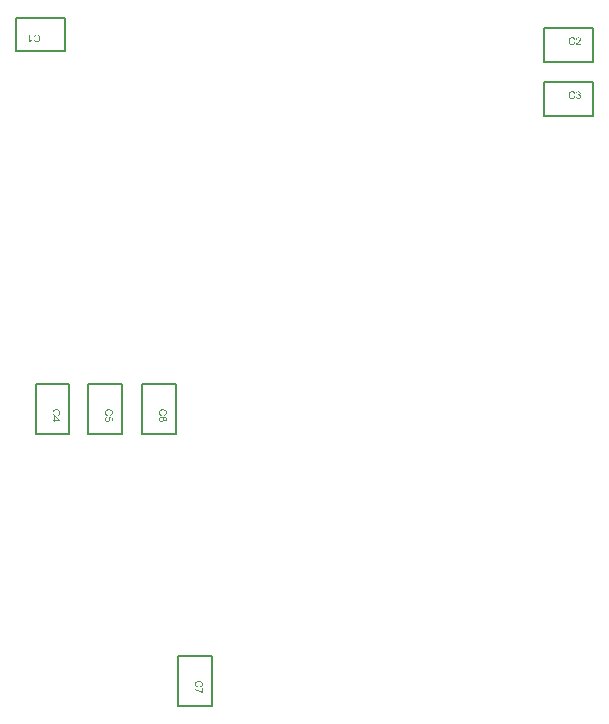
<source format=gbr>
%TF.GenerationSoftware,Altium Limited,Altium Designer,23.5.1 (21)*%
G04 Layer_Color=16711935*
%FSLAX45Y45*%
%MOMM*%
%TF.SameCoordinates,7ECB1A03-3DEC-426C-BD6E-5A7E68E82EE6*%
%TF.FilePolarity,Positive*%
%TF.FileFunction,Other,Top_Assembly*%
%TF.Part,Single*%
G01*
G75*
%TA.AperFunction,NonConductor*%
%ADD32C,0.20000*%
G36*
X2118024Y2021208D02*
X2118949D01*
X2119874Y2021116D01*
X2121076Y2021023D01*
X2122277Y2020838D01*
X2124959Y2020376D01*
X2127917Y2019729D01*
X2130876Y2018804D01*
X2133742Y2017510D01*
X2133834Y2017418D01*
X2134112Y2017325D01*
X2134482Y2017140D01*
X2134944Y2016770D01*
X2135591Y2016401D01*
X2136331Y2015938D01*
X2137995Y2014736D01*
X2139844Y2013165D01*
X2141693Y2011316D01*
X2143542Y2009189D01*
X2145114Y2006693D01*
X2145207Y2006600D01*
X2145299Y2006323D01*
X2145484Y2005953D01*
X2145761Y2005491D01*
X2146039Y2004751D01*
X2146316Y2004011D01*
X2146686Y2003087D01*
X2147056Y2002070D01*
X2147425Y2000960D01*
X2147795Y1999759D01*
X2148350Y1997170D01*
X2148812Y1994211D01*
X2148997Y1991160D01*
Y1990236D01*
X2148905Y1989588D01*
X2148812Y1988756D01*
X2148720Y1987739D01*
X2148627Y1986722D01*
X2148350Y1985520D01*
X2147795Y1983024D01*
X2146963Y1980250D01*
X2146408Y1978863D01*
X2145761Y1977569D01*
X2144929Y1976275D01*
X2144097Y1974980D01*
X2144005Y1974888D01*
X2143912Y1974703D01*
X2143635Y1974333D01*
X2143172Y1973871D01*
X2142710Y1973409D01*
X2142063Y1972761D01*
X2141323Y1972114D01*
X2140584Y1971375D01*
X2139659Y1970635D01*
X2138550Y1969895D01*
X2137440Y1969063D01*
X2136238Y1968323D01*
X2134851Y1967676D01*
X2133465Y1966937D01*
X2131985Y1966382D01*
X2130321Y1965827D01*
X2128380Y1974148D01*
X2128472D01*
X2128657Y1974241D01*
X2129027Y1974426D01*
X2129489Y1974610D01*
X2130044Y1974795D01*
X2130783Y1975073D01*
X2132263Y1975812D01*
X2133927Y1976737D01*
X2135591Y1977846D01*
X2137163Y1979233D01*
X2138550Y1980713D01*
X2138735Y1980897D01*
X2139104Y1981452D01*
X2139567Y1982377D01*
X2140214Y1983579D01*
X2140769Y1985150D01*
X2141323Y1986907D01*
X2141693Y1989034D01*
X2141786Y1991345D01*
Y1992085D01*
X2141693Y1992547D01*
Y1993194D01*
X2141601Y1993934D01*
X2141323Y1995690D01*
X2140954Y1997632D01*
X2140306Y1999666D01*
X2139382Y2001793D01*
X2138180Y2003734D01*
Y2003827D01*
X2137995Y2003919D01*
X2137533Y2004566D01*
X2136793Y2005398D01*
X2135684Y2006415D01*
X2134297Y2007617D01*
X2132725Y2008727D01*
X2130783Y2009744D01*
X2128657Y2010668D01*
X2128564D01*
X2128380Y2010761D01*
X2128102Y2010853D01*
X2127640Y2010946D01*
X2127085Y2011131D01*
X2126438Y2011316D01*
X2124866Y2011593D01*
X2123017Y2011963D01*
X2120983Y2012333D01*
X2118764Y2012517D01*
X2116360Y2012610D01*
X2116268D01*
X2115990D01*
X2115528D01*
X2114973D01*
X2114326Y2012517D01*
X2113494D01*
X2112570Y2012425D01*
X2111553Y2012333D01*
X2109334Y2012055D01*
X2106930Y2011593D01*
X2104526Y2011038D01*
X2102122Y2010298D01*
X2102030D01*
X2101845Y2010206D01*
X2101567Y2010021D01*
X2101105Y2009836D01*
X2099996Y2009281D01*
X2098701Y2008449D01*
X2097222Y2007432D01*
X2095650Y2006138D01*
X2094263Y2004659D01*
X2092969Y2002902D01*
Y2002810D01*
X2092876Y2002625D01*
X2092692Y2002347D01*
X2092507Y2001977D01*
X2092322Y2001515D01*
X2092044Y2000960D01*
X2091490Y1999666D01*
X2090935Y1998002D01*
X2090473Y1996153D01*
X2090103Y1994119D01*
X2090010Y1991992D01*
Y1991345D01*
X2090103Y1990790D01*
Y1990143D01*
X2090195Y1989496D01*
X2090565Y1987832D01*
X2091027Y1985890D01*
X2091767Y1983949D01*
X2092784Y1981915D01*
X2093339Y1980897D01*
X2094078Y1979973D01*
X2094171Y1979880D01*
X2094263Y1979788D01*
X2094541Y1979511D01*
X2094818Y1979141D01*
X2095280Y1978771D01*
X2095835Y1978309D01*
X2096390Y1977754D01*
X2097129Y1977292D01*
X2097962Y1976737D01*
X2098886Y1976090D01*
X2099811Y1975535D01*
X2100920Y1974980D01*
X2102122Y1974518D01*
X2103416Y1974056D01*
X2104803Y1973593D01*
X2106283Y1973224D01*
X2104156Y1964718D01*
X2104064D01*
X2103694Y1964810D01*
X2103139Y1964995D01*
X2102399Y1965272D01*
X2101567Y1965550D01*
X2100550Y1965920D01*
X2099441Y1966382D01*
X2098239Y1966937D01*
X2095650Y1968231D01*
X2093061Y1969895D01*
X2091767Y1970912D01*
X2090473Y1971929D01*
X2089363Y1973039D01*
X2088254Y1974333D01*
X2088161Y1974426D01*
X2087976Y1974610D01*
X2087791Y1975073D01*
X2087422Y1975535D01*
X2086959Y1976275D01*
X2086497Y1977014D01*
X2086035Y1978031D01*
X2085572Y1979048D01*
X2085018Y1980250D01*
X2084555Y1981545D01*
X2084093Y1982932D01*
X2083631Y1984411D01*
X2083261Y1985983D01*
X2083076Y1987647D01*
X2082891Y1989403D01*
X2082799Y1991253D01*
Y1992270D01*
X2082891Y1993009D01*
Y1993841D01*
X2082984Y1994858D01*
X2083169Y1995968D01*
X2083353Y1997262D01*
X2083816Y1999943D01*
X2084555Y2002717D01*
X2085572Y2005491D01*
X2086220Y2006785D01*
X2086959Y2008080D01*
X2087052Y2008172D01*
X2087144Y2008357D01*
X2087422Y2008727D01*
X2087791Y2009097D01*
X2088161Y2009651D01*
X2088716Y2010298D01*
X2089363Y2011038D01*
X2090103Y2011778D01*
X2090935Y2012517D01*
X2091767Y2013350D01*
X2093893Y2015014D01*
X2096390Y2016586D01*
X2099163Y2017972D01*
X2099256D01*
X2099533Y2018157D01*
X2099996Y2018250D01*
X2100550Y2018527D01*
X2101290Y2018712D01*
X2102214Y2018989D01*
X2103232Y2019359D01*
X2104341Y2019637D01*
X2105543Y2019914D01*
X2106930Y2020284D01*
X2109796Y2020746D01*
X2113032Y2021116D01*
X2116360Y2021301D01*
X2116453D01*
X2116823D01*
X2117377D01*
X2118024Y2021208D01*
D02*
G37*
G36*
X2147056Y1915531D02*
X2140861D01*
X2140769Y1915624D01*
X2140584Y1915808D01*
X2140214Y1916178D01*
X2139659Y1916548D01*
X2139012Y1917103D01*
X2138272Y1917842D01*
X2137348Y1918582D01*
X2136238Y1919414D01*
X2135129Y1920246D01*
X2133834Y1921263D01*
X2132355Y1922280D01*
X2130876Y1923297D01*
X2129212Y1924407D01*
X2127455Y1925516D01*
X2125513Y1926626D01*
X2123572Y1927735D01*
X2123479Y1927828D01*
X2123110Y1928013D01*
X2122555Y1928290D01*
X2121723Y1928752D01*
X2120706Y1929215D01*
X2119596Y1929769D01*
X2118302Y1930417D01*
X2116823Y1931064D01*
X2115158Y1931803D01*
X2113494Y1932635D01*
X2111645Y1933375D01*
X2109703Y1934115D01*
X2105728Y1935594D01*
X2101475Y1936981D01*
X2101382D01*
X2101105Y1937073D01*
X2100643Y1937166D01*
X2100088Y1937351D01*
X2099348Y1937536D01*
X2098424Y1937721D01*
X2097407Y1937998D01*
X2096297Y1938183D01*
X2095003Y1938460D01*
X2093616Y1938738D01*
X2090657Y1939200D01*
X2087422Y1939662D01*
X2083908Y1939939D01*
Y1947983D01*
X2084001D01*
X2084278D01*
X2084648D01*
X2085203Y1947891D01*
X2085942D01*
X2086867Y1947798D01*
X2087884Y1947706D01*
X2088993Y1947613D01*
X2090288Y1947428D01*
X2091582Y1947244D01*
X2093154Y1946966D01*
X2094726Y1946689D01*
X2096390Y1946411D01*
X2098239Y1946042D01*
X2102030Y1945117D01*
X2102122D01*
X2102492Y1945025D01*
X2103047Y1944840D01*
X2103879Y1944562D01*
X2104803Y1944285D01*
X2105913Y1943915D01*
X2107207Y1943545D01*
X2108594Y1942991D01*
X2110166Y1942436D01*
X2111737Y1941881D01*
X2115251Y1940494D01*
X2118949Y1938830D01*
X2122647Y1936981D01*
X2122740Y1936888D01*
X2123110Y1936704D01*
X2123572Y1936426D01*
X2124311Y1936056D01*
X2125144Y1935594D01*
X2126161Y1934947D01*
X2127270Y1934300D01*
X2128472Y1933560D01*
X2131153Y1931803D01*
X2133927Y1929954D01*
X2136793Y1927828D01*
X2139474Y1925609D01*
Y1956951D01*
X2147056D01*
Y1915531D01*
D02*
G37*
G36*
X5276811Y7470205D02*
X5277643Y7470112D01*
X5278660Y7470020D01*
X5279677Y7469927D01*
X5280879Y7469650D01*
X5283376Y7469095D01*
X5286149Y7468263D01*
X5287536Y7467708D01*
X5288830Y7467061D01*
X5290125Y7466229D01*
X5291419Y7465397D01*
X5291512Y7465305D01*
X5291697Y7465212D01*
X5292066Y7464935D01*
X5292529Y7464472D01*
X5292991Y7464010D01*
X5293638Y7463363D01*
X5294285Y7462623D01*
X5295025Y7461884D01*
X5295765Y7460959D01*
X5296504Y7459850D01*
X5297336Y7458740D01*
X5298076Y7457538D01*
X5298723Y7456151D01*
X5299463Y7454765D01*
X5300018Y7453285D01*
X5300572Y7451621D01*
X5292251Y7449680D01*
Y7449772D01*
X5292159Y7449957D01*
X5291974Y7450327D01*
X5291789Y7450789D01*
X5291604Y7451344D01*
X5291327Y7452083D01*
X5290587Y7453563D01*
X5289663Y7455227D01*
X5288553Y7456891D01*
X5287166Y7458463D01*
X5285687Y7459850D01*
X5285502Y7460035D01*
X5284947Y7460404D01*
X5284023Y7460867D01*
X5282821Y7461514D01*
X5281249Y7462069D01*
X5279492Y7462623D01*
X5277366Y7462993D01*
X5275054Y7463086D01*
X5274315D01*
X5273853Y7462993D01*
X5273205D01*
X5272466Y7462901D01*
X5270709Y7462623D01*
X5268767Y7462254D01*
X5266733Y7461606D01*
X5264607Y7460682D01*
X5262665Y7459480D01*
X5262573D01*
X5262480Y7459295D01*
X5261833Y7458833D01*
X5261001Y7458093D01*
X5259984Y7456984D01*
X5258782Y7455597D01*
X5257673Y7454025D01*
X5256656Y7452083D01*
X5255731Y7449957D01*
Y7449864D01*
X5255639Y7449680D01*
X5255546Y7449402D01*
X5255454Y7448940D01*
X5255269Y7448385D01*
X5255084Y7447738D01*
X5254807Y7446166D01*
X5254437Y7444317D01*
X5254067Y7442283D01*
X5253882Y7440064D01*
X5253790Y7437660D01*
Y7437568D01*
Y7437290D01*
Y7436828D01*
Y7436273D01*
X5253882Y7435626D01*
Y7434794D01*
X5253975Y7433870D01*
X5254067Y7432853D01*
X5254344Y7430634D01*
X5254807Y7428230D01*
X5255361Y7425826D01*
X5256101Y7423422D01*
Y7423330D01*
X5256193Y7423145D01*
X5256378Y7422867D01*
X5256563Y7422405D01*
X5257118Y7421296D01*
X5257950Y7420001D01*
X5258967Y7418522D01*
X5260262Y7416950D01*
X5261741Y7415563D01*
X5263497Y7414269D01*
X5263590D01*
X5263775Y7414176D01*
X5264052Y7413992D01*
X5264422Y7413807D01*
X5264884Y7413622D01*
X5265439Y7413344D01*
X5266733Y7412790D01*
X5268398Y7412235D01*
X5270247Y7411773D01*
X5272281Y7411403D01*
X5274407Y7411310D01*
X5275054D01*
X5275609Y7411403D01*
X5276256D01*
X5276904Y7411495D01*
X5278568Y7411865D01*
X5280509Y7412327D01*
X5282451Y7413067D01*
X5284485Y7414084D01*
X5285502Y7414639D01*
X5286427Y7415378D01*
X5286519Y7415471D01*
X5286611Y7415563D01*
X5286889Y7415841D01*
X5287259Y7416118D01*
X5287628Y7416580D01*
X5288091Y7417135D01*
X5288646Y7417690D01*
X5289108Y7418429D01*
X5289663Y7419262D01*
X5290310Y7420186D01*
X5290864Y7421111D01*
X5291419Y7422220D01*
X5291881Y7423422D01*
X5292344Y7424716D01*
X5292806Y7426103D01*
X5293176Y7427583D01*
X5301682Y7425456D01*
Y7425364D01*
X5301589Y7424994D01*
X5301404Y7424439D01*
X5301127Y7423699D01*
X5300850Y7422867D01*
X5300480Y7421850D01*
X5300018Y7420741D01*
X5299463Y7419539D01*
X5298168Y7416950D01*
X5296504Y7414361D01*
X5295487Y7413067D01*
X5294470Y7411773D01*
X5293361Y7410663D01*
X5292066Y7409554D01*
X5291974Y7409461D01*
X5291789Y7409276D01*
X5291327Y7409091D01*
X5290864Y7408722D01*
X5290125Y7408259D01*
X5289385Y7407797D01*
X5288368Y7407335D01*
X5287351Y7406872D01*
X5286149Y7406318D01*
X5284855Y7405855D01*
X5283468Y7405393D01*
X5281989Y7404931D01*
X5280417Y7404561D01*
X5278753Y7404376D01*
X5276996Y7404191D01*
X5275147Y7404099D01*
X5274130D01*
X5273390Y7404191D01*
X5272558D01*
X5271541Y7404284D01*
X5270432Y7404469D01*
X5269137Y7404653D01*
X5266456Y7405116D01*
X5263682Y7405855D01*
X5260909Y7406872D01*
X5259614Y7407520D01*
X5258320Y7408259D01*
X5258227Y7408352D01*
X5258043Y7408444D01*
X5257673Y7408722D01*
X5257303Y7409091D01*
X5256748Y7409461D01*
X5256101Y7410016D01*
X5255361Y7410663D01*
X5254622Y7411403D01*
X5253882Y7412235D01*
X5253050Y7413067D01*
X5251386Y7415193D01*
X5249814Y7417690D01*
X5248427Y7420463D01*
Y7420556D01*
X5248242Y7420833D01*
X5248150Y7421296D01*
X5247872Y7421850D01*
X5247687Y7422590D01*
X5247410Y7423514D01*
X5247040Y7424532D01*
X5246763Y7425641D01*
X5246486Y7426843D01*
X5246116Y7428230D01*
X5245653Y7431096D01*
X5245284Y7434332D01*
X5245099Y7437660D01*
Y7437753D01*
Y7438123D01*
Y7438677D01*
X5245191Y7439324D01*
Y7440249D01*
X5245284Y7441174D01*
X5245376Y7442376D01*
X5245561Y7443577D01*
X5246023Y7446259D01*
X5246670Y7449217D01*
X5247595Y7452176D01*
X5248889Y7455042D01*
X5248982Y7455134D01*
X5249074Y7455412D01*
X5249259Y7455782D01*
X5249629Y7456244D01*
X5249999Y7456891D01*
X5250461Y7457631D01*
X5251663Y7459295D01*
X5253235Y7461144D01*
X5255084Y7462993D01*
X5257210Y7464842D01*
X5259707Y7466414D01*
X5259799Y7466507D01*
X5260077Y7466599D01*
X5260446Y7466784D01*
X5260909Y7467061D01*
X5261648Y7467339D01*
X5262388Y7467616D01*
X5263313Y7467986D01*
X5264330Y7468356D01*
X5265439Y7468725D01*
X5266641Y7469095D01*
X5269230Y7469650D01*
X5272188Y7470112D01*
X5275239Y7470297D01*
X5276164D01*
X5276811Y7470205D01*
D02*
G37*
G36*
X5331638Y7469373D02*
X5332377Y7469280D01*
X5333302Y7469188D01*
X5334319Y7469003D01*
X5335336Y7468818D01*
X5337740Y7468171D01*
X5340143Y7467246D01*
X5341345Y7466691D01*
X5342547Y7466044D01*
X5343657Y7465212D01*
X5344674Y7464288D01*
X5344766Y7464195D01*
X5344951Y7464103D01*
X5345136Y7463733D01*
X5345506Y7463363D01*
X5345968Y7462901D01*
X5346431Y7462254D01*
X5346893Y7461606D01*
X5347448Y7460774D01*
X5348372Y7459018D01*
X5349297Y7456799D01*
X5349666Y7455689D01*
X5349851Y7454395D01*
X5350036Y7453100D01*
X5350129Y7451714D01*
Y7451529D01*
Y7451066D01*
X5350036Y7450327D01*
X5349944Y7449310D01*
X5349759Y7448200D01*
X5349389Y7446906D01*
X5349019Y7445519D01*
X5348465Y7444132D01*
X5348372Y7443947D01*
X5348187Y7443485D01*
X5347817Y7442745D01*
X5347263Y7441728D01*
X5346523Y7440619D01*
X5345598Y7439232D01*
X5344489Y7437845D01*
X5343195Y7436273D01*
X5343010Y7436089D01*
X5342547Y7435534D01*
X5342085Y7435071D01*
X5341623Y7434609D01*
X5341068Y7434054D01*
X5340328Y7433315D01*
X5339589Y7432575D01*
X5338664Y7431743D01*
X5337740Y7430819D01*
X5336630Y7429801D01*
X5335428Y7428784D01*
X5334134Y7427583D01*
X5332655Y7426381D01*
X5331175Y7425086D01*
X5331083Y7424994D01*
X5330898Y7424809D01*
X5330528Y7424532D01*
X5330066Y7424162D01*
X5329511Y7423607D01*
X5328864Y7423052D01*
X5327385Y7421850D01*
X5325813Y7420463D01*
X5324334Y7419077D01*
X5323039Y7417875D01*
X5322484Y7417412D01*
X5322022Y7416950D01*
X5321930Y7416858D01*
X5321652Y7416580D01*
X5321282Y7416210D01*
X5320820Y7415656D01*
X5320358Y7415009D01*
X5319803Y7414361D01*
X5318694Y7412790D01*
X5350221D01*
Y7405208D01*
X5307784D01*
Y7405301D01*
Y7405670D01*
Y7406225D01*
X5307876Y7406965D01*
X5307969Y7407797D01*
X5308154Y7408722D01*
X5308339Y7409646D01*
X5308708Y7410663D01*
Y7410756D01*
X5308801Y7410848D01*
X5308986Y7411403D01*
X5309356Y7412235D01*
X5309910Y7413344D01*
X5310650Y7414639D01*
X5311575Y7416118D01*
X5312592Y7417597D01*
X5313886Y7419169D01*
Y7419262D01*
X5314071Y7419354D01*
X5314533Y7419909D01*
X5315365Y7420741D01*
X5316567Y7421943D01*
X5317954Y7423330D01*
X5319711Y7424994D01*
X5321837Y7426843D01*
X5324149Y7428784D01*
X5324241Y7428877D01*
X5324611Y7429154D01*
X5325166Y7429617D01*
X5325813Y7430171D01*
X5326645Y7430911D01*
X5327662Y7431743D01*
X5328679Y7432668D01*
X5329881Y7433685D01*
X5332192Y7435904D01*
X5334504Y7438123D01*
X5335613Y7439232D01*
X5336630Y7440341D01*
X5337555Y7441358D01*
X5338294Y7442376D01*
Y7442468D01*
X5338479Y7442560D01*
X5338664Y7442838D01*
X5338849Y7443208D01*
X5339496Y7444225D01*
X5340236Y7445427D01*
X5340883Y7446906D01*
X5341530Y7448478D01*
X5341900Y7450234D01*
X5342085Y7451898D01*
Y7451991D01*
Y7452083D01*
X5341993Y7452638D01*
X5341900Y7453563D01*
X5341623Y7454580D01*
X5341253Y7455874D01*
X5340606Y7457168D01*
X5339774Y7458463D01*
X5338664Y7459757D01*
X5338479Y7459942D01*
X5338017Y7460312D01*
X5337370Y7460774D01*
X5336353Y7461421D01*
X5335058Y7461976D01*
X5333579Y7462531D01*
X5331822Y7462901D01*
X5329881Y7462993D01*
X5329326D01*
X5328956Y7462901D01*
X5327847Y7462808D01*
X5326552Y7462531D01*
X5325166Y7462161D01*
X5323594Y7461514D01*
X5322115Y7460682D01*
X5320728Y7459572D01*
X5320543Y7459387D01*
X5320173Y7458925D01*
X5319618Y7458185D01*
X5319064Y7457076D01*
X5318416Y7455782D01*
X5317862Y7454117D01*
X5317492Y7452268D01*
X5317307Y7450142D01*
X5309263Y7450974D01*
Y7451066D01*
X5309356Y7451344D01*
Y7451806D01*
X5309448Y7452453D01*
X5309633Y7453193D01*
X5309818Y7454025D01*
X5310095Y7455042D01*
X5310373Y7456059D01*
X5311112Y7458278D01*
X5312222Y7460497D01*
X5312869Y7461606D01*
X5313701Y7462716D01*
X5314533Y7463733D01*
X5315458Y7464657D01*
X5315550Y7464750D01*
X5315735Y7464842D01*
X5316012Y7465120D01*
X5316475Y7465397D01*
X5317029Y7465767D01*
X5317677Y7466137D01*
X5318416Y7466599D01*
X5319341Y7467061D01*
X5320358Y7467524D01*
X5321467Y7467986D01*
X5322669Y7468356D01*
X5323964Y7468725D01*
X5325351Y7469003D01*
X5326830Y7469280D01*
X5328402Y7469373D01*
X5330066Y7469465D01*
X5330990D01*
X5331638Y7469373D01*
D02*
G37*
G36*
X5276811Y7013005D02*
X5277643Y7012912D01*
X5278660Y7012820D01*
X5279677Y7012727D01*
X5280879Y7012450D01*
X5283376Y7011895D01*
X5286149Y7011063D01*
X5287536Y7010508D01*
X5288830Y7009861D01*
X5290125Y7009029D01*
X5291419Y7008197D01*
X5291512Y7008105D01*
X5291697Y7008012D01*
X5292066Y7007735D01*
X5292529Y7007272D01*
X5292991Y7006810D01*
X5293638Y7006163D01*
X5294285Y7005423D01*
X5295025Y7004684D01*
X5295765Y7003759D01*
X5296504Y7002650D01*
X5297336Y7001540D01*
X5298076Y7000338D01*
X5298723Y6998951D01*
X5299463Y6997565D01*
X5300018Y6996085D01*
X5300572Y6994421D01*
X5292251Y6992480D01*
Y6992572D01*
X5292159Y6992757D01*
X5291974Y6993127D01*
X5291789Y6993589D01*
X5291604Y6994144D01*
X5291327Y6994883D01*
X5290587Y6996363D01*
X5289663Y6998027D01*
X5288553Y6999691D01*
X5287166Y7001263D01*
X5285687Y7002650D01*
X5285502Y7002835D01*
X5284947Y7003204D01*
X5284023Y7003667D01*
X5282821Y7004314D01*
X5281249Y7004869D01*
X5279492Y7005423D01*
X5277366Y7005793D01*
X5275054Y7005886D01*
X5274315D01*
X5273853Y7005793D01*
X5273205D01*
X5272466Y7005701D01*
X5270709Y7005423D01*
X5268767Y7005054D01*
X5266733Y7004406D01*
X5264607Y7003482D01*
X5262665Y7002280D01*
X5262573D01*
X5262480Y7002095D01*
X5261833Y7001633D01*
X5261001Y7000893D01*
X5259984Y6999784D01*
X5258782Y6998397D01*
X5257673Y6996825D01*
X5256656Y6994883D01*
X5255731Y6992757D01*
Y6992664D01*
X5255639Y6992480D01*
X5255546Y6992202D01*
X5255454Y6991740D01*
X5255269Y6991185D01*
X5255084Y6990538D01*
X5254807Y6988966D01*
X5254437Y6987117D01*
X5254067Y6985083D01*
X5253882Y6982864D01*
X5253790Y6980460D01*
Y6980368D01*
Y6980090D01*
Y6979628D01*
Y6979073D01*
X5253882Y6978426D01*
Y6977594D01*
X5253975Y6976670D01*
X5254067Y6975653D01*
X5254344Y6973434D01*
X5254807Y6971030D01*
X5255361Y6968626D01*
X5256101Y6966222D01*
Y6966130D01*
X5256193Y6965945D01*
X5256378Y6965667D01*
X5256563Y6965205D01*
X5257118Y6964096D01*
X5257950Y6962801D01*
X5258967Y6961322D01*
X5260262Y6959750D01*
X5261741Y6958363D01*
X5263497Y6957069D01*
X5263590D01*
X5263775Y6956976D01*
X5264052Y6956792D01*
X5264422Y6956607D01*
X5264884Y6956422D01*
X5265439Y6956144D01*
X5266733Y6955590D01*
X5268398Y6955035D01*
X5270247Y6954573D01*
X5272281Y6954203D01*
X5274407Y6954110D01*
X5275054D01*
X5275609Y6954203D01*
X5276256D01*
X5276904Y6954295D01*
X5278568Y6954665D01*
X5280509Y6955127D01*
X5282451Y6955867D01*
X5284485Y6956884D01*
X5285502Y6957439D01*
X5286427Y6958178D01*
X5286519Y6958271D01*
X5286611Y6958363D01*
X5286889Y6958641D01*
X5287259Y6958918D01*
X5287628Y6959380D01*
X5288091Y6959935D01*
X5288646Y6960490D01*
X5289108Y6961229D01*
X5289663Y6962062D01*
X5290310Y6962986D01*
X5290864Y6963911D01*
X5291419Y6965020D01*
X5291881Y6966222D01*
X5292344Y6967516D01*
X5292806Y6968903D01*
X5293176Y6970383D01*
X5301682Y6968256D01*
Y6968164D01*
X5301589Y6967794D01*
X5301404Y6967239D01*
X5301127Y6966499D01*
X5300850Y6965667D01*
X5300480Y6964650D01*
X5300018Y6963541D01*
X5299463Y6962339D01*
X5298168Y6959750D01*
X5296504Y6957161D01*
X5295487Y6955867D01*
X5294470Y6954573D01*
X5293361Y6953463D01*
X5292066Y6952354D01*
X5291974Y6952261D01*
X5291789Y6952076D01*
X5291327Y6951891D01*
X5290864Y6951522D01*
X5290125Y6951059D01*
X5289385Y6950597D01*
X5288368Y6950135D01*
X5287351Y6949672D01*
X5286149Y6949118D01*
X5284855Y6948655D01*
X5283468Y6948193D01*
X5281989Y6947731D01*
X5280417Y6947361D01*
X5278753Y6947176D01*
X5276996Y6946991D01*
X5275147Y6946899D01*
X5274130D01*
X5273390Y6946991D01*
X5272558D01*
X5271541Y6947084D01*
X5270432Y6947269D01*
X5269137Y6947453D01*
X5266456Y6947916D01*
X5263682Y6948655D01*
X5260909Y6949672D01*
X5259614Y6950320D01*
X5258320Y6951059D01*
X5258227Y6951152D01*
X5258043Y6951244D01*
X5257673Y6951522D01*
X5257303Y6951891D01*
X5256748Y6952261D01*
X5256101Y6952816D01*
X5255361Y6953463D01*
X5254622Y6954203D01*
X5253882Y6955035D01*
X5253050Y6955867D01*
X5251386Y6957993D01*
X5249814Y6960490D01*
X5248427Y6963263D01*
Y6963356D01*
X5248242Y6963633D01*
X5248150Y6964096D01*
X5247872Y6964650D01*
X5247687Y6965390D01*
X5247410Y6966314D01*
X5247040Y6967332D01*
X5246763Y6968441D01*
X5246486Y6969643D01*
X5246116Y6971030D01*
X5245653Y6973896D01*
X5245284Y6977132D01*
X5245099Y6980460D01*
Y6980553D01*
Y6980923D01*
Y6981477D01*
X5245191Y6982124D01*
Y6983049D01*
X5245284Y6983974D01*
X5245376Y6985176D01*
X5245561Y6986377D01*
X5246023Y6989059D01*
X5246670Y6992017D01*
X5247595Y6994976D01*
X5248889Y6997842D01*
X5248982Y6997934D01*
X5249074Y6998212D01*
X5249259Y6998582D01*
X5249629Y6999044D01*
X5249999Y6999691D01*
X5250461Y7000431D01*
X5251663Y7002095D01*
X5253235Y7003944D01*
X5255084Y7005793D01*
X5257210Y7007642D01*
X5259707Y7009214D01*
X5259799Y7009307D01*
X5260077Y7009399D01*
X5260446Y7009584D01*
X5260909Y7009861D01*
X5261648Y7010139D01*
X5262388Y7010416D01*
X5263313Y7010786D01*
X5264330Y7011156D01*
X5265439Y7011525D01*
X5266641Y7011895D01*
X5269230Y7012450D01*
X5272188Y7012912D01*
X5275239Y7013097D01*
X5276164D01*
X5276811Y7013005D01*
D02*
G37*
G36*
X5330898Y7012173D02*
X5332100Y7011988D01*
X5333579Y7011710D01*
X5335243Y7011248D01*
X5336908Y7010693D01*
X5338572Y7009954D01*
X5338664D01*
X5338757Y7009861D01*
X5339311Y7009584D01*
X5340143Y7009029D01*
X5341068Y7008382D01*
X5342178Y7007457D01*
X5343287Y7006440D01*
X5344396Y7005238D01*
X5345321Y7003852D01*
X5345413Y7003667D01*
X5345691Y7003204D01*
X5346061Y7002372D01*
X5346523Y7001355D01*
X5346985Y7000153D01*
X5347355Y6998767D01*
X5347632Y6997195D01*
X5347725Y6995623D01*
Y6995438D01*
Y6994883D01*
X5347632Y6994144D01*
X5347448Y6993127D01*
X5347170Y6991925D01*
X5346708Y6990630D01*
X5346153Y6989336D01*
X5345413Y6988042D01*
X5345321Y6987857D01*
X5345044Y6987487D01*
X5344489Y6986840D01*
X5343749Y6986100D01*
X5342825Y6985268D01*
X5341715Y6984343D01*
X5340421Y6983511D01*
X5338849Y6982679D01*
X5338942D01*
X5339126Y6982587D01*
X5339404Y6982494D01*
X5339774Y6982402D01*
X5340791Y6982032D01*
X5342085Y6981477D01*
X5343564Y6980738D01*
X5345044Y6979813D01*
X5346431Y6978611D01*
X5347725Y6977224D01*
X5347817Y6977039D01*
X5348187Y6976485D01*
X5348742Y6975560D01*
X5349297Y6974358D01*
X5349851Y6972879D01*
X5350406Y6971122D01*
X5350776Y6969088D01*
X5350868Y6966869D01*
Y6966777D01*
Y6966499D01*
Y6966037D01*
X5350776Y6965482D01*
X5350683Y6964743D01*
X5350499Y6963911D01*
X5350314Y6962986D01*
X5350129Y6961969D01*
X5349389Y6959750D01*
X5348834Y6958548D01*
X5348280Y6957439D01*
X5347540Y6956237D01*
X5346708Y6955035D01*
X5345783Y6953833D01*
X5344674Y6952723D01*
X5344581Y6952631D01*
X5344396Y6952446D01*
X5344027Y6952169D01*
X5343564Y6951799D01*
X5343010Y6951337D01*
X5342270Y6950874D01*
X5341438Y6950320D01*
X5340421Y6949857D01*
X5339404Y6949303D01*
X5338202Y6948748D01*
X5337000Y6948286D01*
X5335613Y6947823D01*
X5334134Y6947453D01*
X5332562Y6947176D01*
X5330990Y6946991D01*
X5329234Y6946899D01*
X5328402D01*
X5327847Y6946991D01*
X5327107Y6947084D01*
X5326275Y6947176D01*
X5325351Y6947361D01*
X5324334Y6947546D01*
X5322115Y6948101D01*
X5319803Y6949025D01*
X5318601Y6949580D01*
X5317492Y6950227D01*
X5316382Y6951059D01*
X5315273Y6951891D01*
X5315180Y6951984D01*
X5314995Y6952169D01*
X5314718Y6952446D01*
X5314441Y6952816D01*
X5313978Y6953278D01*
X5313516Y6953925D01*
X5312961Y6954573D01*
X5312407Y6955405D01*
X5311852Y6956329D01*
X5311297Y6957254D01*
X5310280Y6959473D01*
X5309448Y6962062D01*
X5309171Y6963448D01*
X5308986Y6964928D01*
X5316845Y6965945D01*
Y6965852D01*
X5316937Y6965667D01*
X5317029Y6965297D01*
X5317122Y6964835D01*
X5317214Y6964280D01*
X5317399Y6963633D01*
X5317862Y6962246D01*
X5318509Y6960582D01*
X5319341Y6959010D01*
X5320265Y6957531D01*
X5321375Y6956237D01*
X5321560Y6956144D01*
X5321930Y6955775D01*
X5322669Y6955312D01*
X5323594Y6954850D01*
X5324703Y6954295D01*
X5326090Y6953833D01*
X5327662Y6953463D01*
X5329326Y6953371D01*
X5329881D01*
X5330251Y6953463D01*
X5331268Y6953556D01*
X5332562Y6953833D01*
X5334041Y6954295D01*
X5335613Y6954942D01*
X5337185Y6955867D01*
X5338664Y6957161D01*
X5338849Y6957346D01*
X5339311Y6957901D01*
X5339866Y6958733D01*
X5340606Y6959843D01*
X5341345Y6961229D01*
X5341900Y6962801D01*
X5342362Y6964650D01*
X5342547Y6966684D01*
Y6966777D01*
Y6966962D01*
Y6967239D01*
X5342455Y6967609D01*
X5342362Y6968626D01*
X5342085Y6969828D01*
X5341715Y6971307D01*
X5341068Y6972786D01*
X5340143Y6974266D01*
X5338942Y6975653D01*
X5338757Y6975837D01*
X5338294Y6976207D01*
X5337555Y6976762D01*
X5336538Y6977409D01*
X5335243Y6978056D01*
X5333672Y6978611D01*
X5331915Y6978981D01*
X5329973Y6979166D01*
X5329141D01*
X5328494Y6979073D01*
X5327662Y6978981D01*
X5326737Y6978796D01*
X5325628Y6978611D01*
X5324426Y6978334D01*
X5325351Y6985268D01*
X5325813D01*
X5326183Y6985176D01*
X5327385D01*
X5328402Y6985360D01*
X5329604Y6985545D01*
X5330990Y6985823D01*
X5332562Y6986285D01*
X5334041Y6986932D01*
X5335613Y6987764D01*
X5335706D01*
X5335798Y6987857D01*
X5336260Y6988227D01*
X5336908Y6988874D01*
X5337647Y6989706D01*
X5338387Y6990908D01*
X5339034Y6992295D01*
X5339496Y6993866D01*
X5339681Y6994791D01*
Y6995808D01*
Y6995900D01*
Y6995993D01*
Y6996548D01*
X5339496Y6997287D01*
X5339311Y6998304D01*
X5338942Y6999414D01*
X5338479Y7000616D01*
X5337740Y7001818D01*
X5336723Y7002927D01*
X5336630Y7003020D01*
X5336168Y7003389D01*
X5335521Y7003852D01*
X5334689Y7004406D01*
X5333579Y7004869D01*
X5332285Y7005331D01*
X5330805Y7005701D01*
X5329141Y7005793D01*
X5328402D01*
X5327569Y7005608D01*
X5326460Y7005423D01*
X5325258Y7005054D01*
X5324056Y7004591D01*
X5322762Y7003852D01*
X5321560Y7002927D01*
X5321467Y7002835D01*
X5321098Y7002372D01*
X5320543Y7001725D01*
X5319896Y7000801D01*
X5319248Y6999599D01*
X5318601Y6998119D01*
X5318047Y6996363D01*
X5317677Y6994329D01*
X5309818Y6995715D01*
Y6995808D01*
X5309910Y6996085D01*
X5310003Y6996455D01*
X5310095Y6997010D01*
X5310280Y6997657D01*
X5310558Y6998397D01*
X5311112Y7000153D01*
X5312037Y7002187D01*
X5313146Y7004221D01*
X5314533Y7006163D01*
X5316290Y7007920D01*
X5316382Y7008012D01*
X5316567Y7008105D01*
X5316845Y7008290D01*
X5317214Y7008567D01*
X5317677Y7008937D01*
X5318324Y7009307D01*
X5318971Y7009676D01*
X5319803Y7010139D01*
X5321652Y7010878D01*
X5323779Y7011618D01*
X5326275Y7012080D01*
X5327569Y7012265D01*
X5329881D01*
X5330898Y7012173D01*
D02*
G37*
G36*
X1813224Y4319908D02*
X1814149D01*
X1815074Y4319816D01*
X1816276Y4319723D01*
X1817477Y4319538D01*
X1820159Y4319076D01*
X1823117Y4318429D01*
X1826076Y4317504D01*
X1828942Y4316210D01*
X1829034Y4316118D01*
X1829312Y4316025D01*
X1829682Y4315840D01*
X1830144Y4315470D01*
X1830791Y4315101D01*
X1831531Y4314638D01*
X1833195Y4313436D01*
X1835044Y4311865D01*
X1836893Y4310016D01*
X1838742Y4307889D01*
X1840314Y4305393D01*
X1840407Y4305300D01*
X1840499Y4305023D01*
X1840684Y4304653D01*
X1840961Y4304191D01*
X1841239Y4303451D01*
X1841516Y4302711D01*
X1841886Y4301787D01*
X1842256Y4300770D01*
X1842625Y4299660D01*
X1842995Y4298459D01*
X1843550Y4295870D01*
X1844012Y4292911D01*
X1844197Y4289860D01*
Y4288936D01*
X1844105Y4288288D01*
X1844012Y4287456D01*
X1843920Y4286439D01*
X1843827Y4285422D01*
X1843550Y4284220D01*
X1842995Y4281724D01*
X1842163Y4278950D01*
X1841608Y4277563D01*
X1840961Y4276269D01*
X1840129Y4274975D01*
X1839297Y4273680D01*
X1839205Y4273588D01*
X1839112Y4273403D01*
X1838835Y4273033D01*
X1838372Y4272571D01*
X1837910Y4272109D01*
X1837263Y4271461D01*
X1836523Y4270814D01*
X1835784Y4270075D01*
X1834859Y4269335D01*
X1833750Y4268595D01*
X1832640Y4267763D01*
X1831438Y4267023D01*
X1830051Y4266376D01*
X1828665Y4265637D01*
X1827185Y4265082D01*
X1825521Y4264527D01*
X1823580Y4272848D01*
X1823672D01*
X1823857Y4272941D01*
X1824227Y4273126D01*
X1824689Y4273310D01*
X1825244Y4273495D01*
X1825983Y4273773D01*
X1827463Y4274512D01*
X1829127Y4275437D01*
X1830791Y4276546D01*
X1832363Y4277933D01*
X1833750Y4279413D01*
X1833935Y4279597D01*
X1834304Y4280152D01*
X1834767Y4281077D01*
X1835414Y4282279D01*
X1835969Y4283850D01*
X1836523Y4285607D01*
X1836893Y4287734D01*
X1836986Y4290045D01*
Y4290785D01*
X1836893Y4291247D01*
Y4291894D01*
X1836801Y4292634D01*
X1836523Y4294390D01*
X1836154Y4296332D01*
X1835506Y4298366D01*
X1834582Y4300493D01*
X1833380Y4302434D01*
Y4302527D01*
X1833195Y4302619D01*
X1832733Y4303266D01*
X1831993Y4304098D01*
X1830884Y4305115D01*
X1829497Y4306317D01*
X1827925Y4307427D01*
X1825983Y4308444D01*
X1823857Y4309368D01*
X1823764D01*
X1823580Y4309461D01*
X1823302Y4309553D01*
X1822840Y4309646D01*
X1822285Y4309831D01*
X1821638Y4310016D01*
X1820066Y4310293D01*
X1818217Y4310663D01*
X1816183Y4311033D01*
X1813964Y4311217D01*
X1811560Y4311310D01*
X1811468D01*
X1811190D01*
X1810728D01*
X1810173D01*
X1809526Y4311217D01*
X1808694D01*
X1807770Y4311125D01*
X1806753Y4311033D01*
X1804534Y4310755D01*
X1802130Y4310293D01*
X1799726Y4309738D01*
X1797322Y4308998D01*
X1797230D01*
X1797045Y4308906D01*
X1796767Y4308721D01*
X1796305Y4308536D01*
X1795196Y4307981D01*
X1793901Y4307149D01*
X1792422Y4306132D01*
X1790850Y4304838D01*
X1789463Y4303359D01*
X1788169Y4301602D01*
Y4301510D01*
X1788076Y4301325D01*
X1787892Y4301047D01*
X1787707Y4300677D01*
X1787522Y4300215D01*
X1787244Y4299660D01*
X1786690Y4298366D01*
X1786135Y4296702D01*
X1785673Y4294853D01*
X1785303Y4292819D01*
X1785210Y4290692D01*
Y4290045D01*
X1785303Y4289490D01*
Y4288843D01*
X1785395Y4288196D01*
X1785765Y4286532D01*
X1786227Y4284590D01*
X1786967Y4282649D01*
X1787984Y4280615D01*
X1788539Y4279597D01*
X1789278Y4278673D01*
X1789371Y4278580D01*
X1789463Y4278488D01*
X1789741Y4278211D01*
X1790018Y4277841D01*
X1790480Y4277471D01*
X1791035Y4277009D01*
X1791590Y4276454D01*
X1792329Y4275992D01*
X1793162Y4275437D01*
X1794086Y4274790D01*
X1795011Y4274235D01*
X1796120Y4273680D01*
X1797322Y4273218D01*
X1798616Y4272756D01*
X1800003Y4272293D01*
X1801483Y4271924D01*
X1799356Y4263418D01*
X1799264D01*
X1798894Y4263510D01*
X1798339Y4263695D01*
X1797599Y4263972D01*
X1796767Y4264250D01*
X1795750Y4264620D01*
X1794641Y4265082D01*
X1793439Y4265637D01*
X1790850Y4266931D01*
X1788261Y4268595D01*
X1786967Y4269612D01*
X1785673Y4270629D01*
X1784563Y4271739D01*
X1783454Y4273033D01*
X1783361Y4273126D01*
X1783176Y4273310D01*
X1782991Y4273773D01*
X1782622Y4274235D01*
X1782159Y4274975D01*
X1781697Y4275714D01*
X1781235Y4276731D01*
X1780772Y4277748D01*
X1780218Y4278950D01*
X1779755Y4280245D01*
X1779293Y4281632D01*
X1778831Y4283111D01*
X1778461Y4284683D01*
X1778276Y4286347D01*
X1778091Y4288103D01*
X1777999Y4289953D01*
Y4290970D01*
X1778091Y4291709D01*
Y4292541D01*
X1778184Y4293558D01*
X1778369Y4294668D01*
X1778553Y4295962D01*
X1779016Y4298643D01*
X1779755Y4301417D01*
X1780772Y4304191D01*
X1781420Y4305485D01*
X1782159Y4306780D01*
X1782252Y4306872D01*
X1782344Y4307057D01*
X1782622Y4307427D01*
X1782991Y4307797D01*
X1783361Y4308351D01*
X1783916Y4308998D01*
X1784563Y4309738D01*
X1785303Y4310478D01*
X1786135Y4311217D01*
X1786967Y4312050D01*
X1789093Y4313714D01*
X1791590Y4315286D01*
X1794363Y4316672D01*
X1794456D01*
X1794733Y4316857D01*
X1795196Y4316950D01*
X1795750Y4317227D01*
X1796490Y4317412D01*
X1797414Y4317689D01*
X1798432Y4318059D01*
X1799541Y4318337D01*
X1800743Y4318614D01*
X1802130Y4318984D01*
X1804996Y4319446D01*
X1808232Y4319816D01*
X1811560Y4320001D01*
X1811653D01*
X1812023D01*
X1812577D01*
X1813224Y4319908D01*
D02*
G37*
G36*
X1810728Y4256483D02*
X1812023D01*
X1813502Y4256391D01*
X1815258Y4256206D01*
X1817200Y4256021D01*
X1819327Y4255744D01*
X1821453Y4255374D01*
X1823764Y4254912D01*
X1825983Y4254357D01*
X1828202Y4253710D01*
X1830329Y4252878D01*
X1832363Y4251953D01*
X1834304Y4250936D01*
X1835969Y4249734D01*
X1836061Y4249642D01*
X1836246Y4249457D01*
X1836616Y4249087D01*
X1837171Y4248625D01*
X1837725Y4248070D01*
X1838280Y4247330D01*
X1839020Y4246406D01*
X1839667Y4245481D01*
X1840314Y4244372D01*
X1841054Y4243170D01*
X1841608Y4241783D01*
X1842256Y4240396D01*
X1842718Y4238824D01*
X1843088Y4237160D01*
X1843273Y4235404D01*
X1843365Y4233554D01*
Y4232815D01*
X1843273Y4232260D01*
Y4231613D01*
X1843180Y4230873D01*
X1842810Y4229117D01*
X1842348Y4227175D01*
X1841608Y4225141D01*
X1840499Y4223107D01*
X1839852Y4222090D01*
X1839112Y4221165D01*
X1839020Y4221073D01*
X1838927Y4220980D01*
X1838650Y4220703D01*
X1838372Y4220426D01*
X1837910Y4219963D01*
X1837355Y4219594D01*
X1836061Y4218577D01*
X1834397Y4217560D01*
X1832363Y4216635D01*
X1830051Y4215803D01*
X1827463Y4215248D01*
X1826815Y4223107D01*
X1826908D01*
X1827000Y4223199D01*
X1827555Y4223292D01*
X1828387Y4223569D01*
X1829404Y4223939D01*
X1830514Y4224309D01*
X1831623Y4224864D01*
X1832640Y4225511D01*
X1833472Y4226158D01*
X1833657Y4226343D01*
X1834027Y4226713D01*
X1834582Y4227360D01*
X1835229Y4228284D01*
X1835784Y4229486D01*
X1836338Y4230781D01*
X1836708Y4232352D01*
X1836893Y4234017D01*
Y4234664D01*
X1836801Y4235404D01*
X1836616Y4236236D01*
X1836338Y4237345D01*
X1835969Y4238455D01*
X1835506Y4239564D01*
X1834767Y4240674D01*
X1834674Y4240858D01*
X1834304Y4241321D01*
X1833657Y4241968D01*
X1832733Y4242800D01*
X1831623Y4243725D01*
X1830329Y4244742D01*
X1828665Y4245666D01*
X1826815Y4246591D01*
X1826723D01*
X1826538Y4246683D01*
X1826261Y4246776D01*
X1825891Y4246961D01*
X1825336Y4247053D01*
X1824689Y4247238D01*
X1823949Y4247423D01*
X1823025Y4247608D01*
X1822008Y4247885D01*
X1820898Y4248070D01*
X1819696Y4248255D01*
X1818402Y4248347D01*
X1816923Y4248532D01*
X1815443Y4248625D01*
X1813779Y4248717D01*
X1812115D01*
X1812207Y4248625D01*
X1812762Y4248255D01*
X1813502Y4247608D01*
X1814426Y4246776D01*
X1815536Y4245851D01*
X1816553Y4244649D01*
X1817570Y4243355D01*
X1818494Y4241875D01*
Y4241783D01*
X1818587Y4241691D01*
X1818864Y4241136D01*
X1819142Y4240304D01*
X1819604Y4239194D01*
X1819974Y4237900D01*
X1820251Y4236421D01*
X1820528Y4234849D01*
X1820621Y4233185D01*
Y4232445D01*
X1820528Y4231890D01*
X1820436Y4231151D01*
X1820344Y4230411D01*
X1820159Y4229486D01*
X1819881Y4228562D01*
X1819234Y4226435D01*
X1818772Y4225326D01*
X1818125Y4224216D01*
X1817477Y4223107D01*
X1816738Y4221905D01*
X1815813Y4220795D01*
X1814796Y4219778D01*
X1814704Y4219686D01*
X1814519Y4219501D01*
X1814241Y4219224D01*
X1813779Y4218946D01*
X1813132Y4218484D01*
X1812485Y4218022D01*
X1811653Y4217560D01*
X1810728Y4217005D01*
X1809711Y4216450D01*
X1808602Y4215988D01*
X1807307Y4215525D01*
X1806013Y4215063D01*
X1804626Y4214786D01*
X1803054Y4214508D01*
X1801483Y4214324D01*
X1799818Y4214231D01*
X1799726D01*
X1799541D01*
X1799264D01*
X1798801D01*
X1798247Y4214324D01*
X1797692D01*
X1796213Y4214601D01*
X1794456Y4214878D01*
X1792607Y4215341D01*
X1790573Y4215988D01*
X1788631Y4216912D01*
X1788539D01*
X1788446Y4217005D01*
X1788169Y4217190D01*
X1787799Y4217375D01*
X1786875Y4217929D01*
X1785673Y4218761D01*
X1784378Y4219778D01*
X1783084Y4220980D01*
X1781789Y4222460D01*
X1780680Y4224031D01*
Y4224124D01*
X1780587Y4224216D01*
X1780403Y4224494D01*
X1780310Y4224864D01*
X1779848Y4225788D01*
X1779386Y4226990D01*
X1778831Y4228562D01*
X1778461Y4230318D01*
X1778091Y4232260D01*
X1777999Y4234387D01*
Y4234849D01*
X1778091Y4235311D01*
Y4236051D01*
X1778184Y4236883D01*
X1778369Y4237807D01*
X1778646Y4238917D01*
X1778923Y4240026D01*
X1779293Y4241321D01*
X1779755Y4242615D01*
X1780310Y4243909D01*
X1781050Y4245296D01*
X1781882Y4246591D01*
X1782806Y4247885D01*
X1783916Y4249179D01*
X1785210Y4250381D01*
X1785303Y4250474D01*
X1785580Y4250659D01*
X1785950Y4250936D01*
X1786597Y4251306D01*
X1787429Y4251861D01*
X1788354Y4252323D01*
X1789556Y4252878D01*
X1790850Y4253432D01*
X1792422Y4254080D01*
X1794179Y4254634D01*
X1796120Y4255097D01*
X1798247Y4255559D01*
X1800650Y4256021D01*
X1803239Y4256299D01*
X1806013Y4256483D01*
X1808971Y4256576D01*
X1809064D01*
X1809156D01*
X1809434D01*
X1809804D01*
X1810728Y4256483D01*
D02*
G37*
G36*
X1356024Y4319908D02*
X1356949D01*
X1357874Y4319816D01*
X1359076Y4319723D01*
X1360277Y4319538D01*
X1362959Y4319076D01*
X1365917Y4318429D01*
X1368876Y4317504D01*
X1371742Y4316210D01*
X1371834Y4316118D01*
X1372112Y4316025D01*
X1372482Y4315840D01*
X1372944Y4315470D01*
X1373591Y4315101D01*
X1374331Y4314638D01*
X1375995Y4313436D01*
X1377844Y4311865D01*
X1379693Y4310016D01*
X1381542Y4307889D01*
X1383114Y4305393D01*
X1383207Y4305300D01*
X1383299Y4305023D01*
X1383484Y4304653D01*
X1383761Y4304191D01*
X1384039Y4303451D01*
X1384316Y4302711D01*
X1384686Y4301787D01*
X1385056Y4300770D01*
X1385425Y4299660D01*
X1385795Y4298459D01*
X1386350Y4295870D01*
X1386812Y4292911D01*
X1386997Y4289860D01*
Y4288936D01*
X1386905Y4288288D01*
X1386812Y4287456D01*
X1386720Y4286439D01*
X1386627Y4285422D01*
X1386350Y4284220D01*
X1385795Y4281724D01*
X1384963Y4278950D01*
X1384408Y4277563D01*
X1383761Y4276269D01*
X1382929Y4274975D01*
X1382097Y4273680D01*
X1382005Y4273588D01*
X1381912Y4273403D01*
X1381635Y4273033D01*
X1381172Y4272571D01*
X1380710Y4272109D01*
X1380063Y4271461D01*
X1379323Y4270814D01*
X1378584Y4270075D01*
X1377659Y4269335D01*
X1376550Y4268595D01*
X1375440Y4267763D01*
X1374238Y4267023D01*
X1372851Y4266376D01*
X1371465Y4265637D01*
X1369985Y4265082D01*
X1368321Y4264527D01*
X1366380Y4272848D01*
X1366472D01*
X1366657Y4272941D01*
X1367027Y4273126D01*
X1367489Y4273310D01*
X1368044Y4273495D01*
X1368783Y4273773D01*
X1370263Y4274512D01*
X1371927Y4275437D01*
X1373591Y4276546D01*
X1375163Y4277933D01*
X1376550Y4279413D01*
X1376735Y4279597D01*
X1377104Y4280152D01*
X1377567Y4281077D01*
X1378214Y4282279D01*
X1378769Y4283850D01*
X1379323Y4285607D01*
X1379693Y4287734D01*
X1379786Y4290045D01*
Y4290785D01*
X1379693Y4291247D01*
Y4291894D01*
X1379601Y4292634D01*
X1379323Y4294390D01*
X1378954Y4296332D01*
X1378306Y4298366D01*
X1377382Y4300493D01*
X1376180Y4302434D01*
Y4302527D01*
X1375995Y4302619D01*
X1375533Y4303266D01*
X1374793Y4304098D01*
X1373684Y4305115D01*
X1372297Y4306317D01*
X1370725Y4307427D01*
X1368783Y4308444D01*
X1366657Y4309368D01*
X1366564D01*
X1366380Y4309461D01*
X1366102Y4309553D01*
X1365640Y4309646D01*
X1365085Y4309831D01*
X1364438Y4310016D01*
X1362866Y4310293D01*
X1361017Y4310663D01*
X1358983Y4311033D01*
X1356764Y4311217D01*
X1354360Y4311310D01*
X1354268D01*
X1353990D01*
X1353528D01*
X1352973D01*
X1352326Y4311217D01*
X1351494D01*
X1350570Y4311125D01*
X1349553Y4311033D01*
X1347334Y4310755D01*
X1344930Y4310293D01*
X1342526Y4309738D01*
X1340122Y4308998D01*
X1340030D01*
X1339845Y4308906D01*
X1339567Y4308721D01*
X1339105Y4308536D01*
X1337996Y4307981D01*
X1336701Y4307149D01*
X1335222Y4306132D01*
X1333650Y4304838D01*
X1332263Y4303359D01*
X1330969Y4301602D01*
Y4301510D01*
X1330876Y4301325D01*
X1330692Y4301047D01*
X1330507Y4300677D01*
X1330322Y4300215D01*
X1330044Y4299660D01*
X1329490Y4298366D01*
X1328935Y4296702D01*
X1328473Y4294853D01*
X1328103Y4292819D01*
X1328010Y4290692D01*
Y4290045D01*
X1328103Y4289490D01*
Y4288843D01*
X1328195Y4288196D01*
X1328565Y4286532D01*
X1329027Y4284590D01*
X1329767Y4282649D01*
X1330784Y4280615D01*
X1331339Y4279597D01*
X1332078Y4278673D01*
X1332171Y4278580D01*
X1332263Y4278488D01*
X1332541Y4278211D01*
X1332818Y4277841D01*
X1333280Y4277471D01*
X1333835Y4277009D01*
X1334390Y4276454D01*
X1335129Y4275992D01*
X1335962Y4275437D01*
X1336886Y4274790D01*
X1337811Y4274235D01*
X1338920Y4273680D01*
X1340122Y4273218D01*
X1341416Y4272756D01*
X1342803Y4272293D01*
X1344283Y4271924D01*
X1342156Y4263418D01*
X1342064D01*
X1341694Y4263510D01*
X1341139Y4263695D01*
X1340399Y4263972D01*
X1339567Y4264250D01*
X1338550Y4264620D01*
X1337441Y4265082D01*
X1336239Y4265637D01*
X1333650Y4266931D01*
X1331061Y4268595D01*
X1329767Y4269612D01*
X1328473Y4270629D01*
X1327363Y4271739D01*
X1326254Y4273033D01*
X1326161Y4273126D01*
X1325976Y4273310D01*
X1325791Y4273773D01*
X1325422Y4274235D01*
X1324959Y4274975D01*
X1324497Y4275714D01*
X1324035Y4276731D01*
X1323572Y4277748D01*
X1323018Y4278950D01*
X1322555Y4280245D01*
X1322093Y4281632D01*
X1321631Y4283111D01*
X1321261Y4284683D01*
X1321076Y4286347D01*
X1320891Y4288103D01*
X1320799Y4289953D01*
Y4290970D01*
X1320891Y4291709D01*
Y4292541D01*
X1320984Y4293558D01*
X1321169Y4294668D01*
X1321353Y4295962D01*
X1321816Y4298643D01*
X1322555Y4301417D01*
X1323572Y4304191D01*
X1324220Y4305485D01*
X1324959Y4306780D01*
X1325052Y4306872D01*
X1325144Y4307057D01*
X1325422Y4307427D01*
X1325791Y4307797D01*
X1326161Y4308351D01*
X1326716Y4308998D01*
X1327363Y4309738D01*
X1328103Y4310478D01*
X1328935Y4311217D01*
X1329767Y4312050D01*
X1331893Y4313714D01*
X1334390Y4315286D01*
X1337163Y4316672D01*
X1337256D01*
X1337533Y4316857D01*
X1337996Y4316950D01*
X1338550Y4317227D01*
X1339290Y4317412D01*
X1340214Y4317689D01*
X1341232Y4318059D01*
X1342341Y4318337D01*
X1343543Y4318614D01*
X1344930Y4318984D01*
X1347796Y4319446D01*
X1351032Y4319816D01*
X1354360Y4320001D01*
X1354453D01*
X1354823D01*
X1355377D01*
X1356024Y4319908D01*
D02*
G37*
G36*
X1339290Y4247978D02*
X1339197D01*
X1339013D01*
X1338735Y4247885D01*
X1338273Y4247793D01*
X1337256Y4247515D01*
X1335869Y4247145D01*
X1334482Y4246591D01*
X1332910Y4245851D01*
X1331524Y4244926D01*
X1330229Y4243817D01*
X1330137Y4243632D01*
X1329767Y4243262D01*
X1329305Y4242523D01*
X1328750Y4241506D01*
X1328195Y4240396D01*
X1327733Y4239009D01*
X1327363Y4237438D01*
X1327271Y4235681D01*
Y4235126D01*
X1327363Y4234756D01*
X1327456Y4233647D01*
X1327825Y4232352D01*
X1328288Y4230781D01*
X1329027Y4229209D01*
X1330137Y4227545D01*
X1330784Y4226805D01*
X1331524Y4226065D01*
X1331616Y4225973D01*
X1331709Y4225881D01*
X1331986Y4225696D01*
X1332263Y4225418D01*
X1333280Y4224771D01*
X1334575Y4224031D01*
X1336146Y4223384D01*
X1338088Y4222737D01*
X1340399Y4222275D01*
X1341601Y4222090D01*
X1342896D01*
X1342988D01*
X1343173D01*
X1343543D01*
X1344005Y4222182D01*
X1344560D01*
X1345207Y4222275D01*
X1346686Y4222552D01*
X1348443Y4223014D01*
X1350200Y4223662D01*
X1351864Y4224586D01*
X1353436Y4225881D01*
X1353528D01*
X1353621Y4226065D01*
X1354083Y4226528D01*
X1354730Y4227360D01*
X1355470Y4228469D01*
X1356117Y4229949D01*
X1356764Y4231613D01*
X1357226Y4233554D01*
X1357411Y4234664D01*
Y4236421D01*
X1357319Y4237160D01*
X1357226Y4238085D01*
X1356949Y4239194D01*
X1356672Y4240304D01*
X1356209Y4241506D01*
X1355655Y4242708D01*
X1355562Y4242800D01*
X1355377Y4243170D01*
X1354915Y4243725D01*
X1354453Y4244464D01*
X1353806Y4245204D01*
X1352973Y4245944D01*
X1352141Y4246776D01*
X1351124Y4247423D01*
X1352141Y4254819D01*
X1385056Y4248625D01*
Y4216820D01*
X1377567D01*
Y4242430D01*
X1360277Y4245851D01*
X1360370Y4245759D01*
X1360462Y4245574D01*
X1360647Y4245296D01*
X1360925Y4244834D01*
X1361202Y4244279D01*
X1361572Y4243632D01*
X1362311Y4242153D01*
X1363051Y4240304D01*
X1363698Y4238270D01*
X1364161Y4236051D01*
X1364346Y4234941D01*
Y4232907D01*
X1364253Y4232352D01*
X1364161Y4231613D01*
X1364068Y4230781D01*
X1363883Y4229856D01*
X1363606Y4228839D01*
X1362959Y4226620D01*
X1362496Y4225418D01*
X1361849Y4224216D01*
X1361202Y4223014D01*
X1360462Y4221812D01*
X1359538Y4220703D01*
X1358521Y4219594D01*
X1358428Y4219501D01*
X1358243Y4219316D01*
X1357966Y4219039D01*
X1357504Y4218669D01*
X1356857Y4218207D01*
X1356209Y4217744D01*
X1355377Y4217190D01*
X1354453Y4216635D01*
X1353436Y4216173D01*
X1352326Y4215618D01*
X1351032Y4215156D01*
X1349737Y4214693D01*
X1348351Y4214324D01*
X1346779Y4214046D01*
X1345207Y4213861D01*
X1343543Y4213769D01*
X1343450D01*
X1343173D01*
X1342711D01*
X1342064Y4213861D01*
X1341324Y4213954D01*
X1340492Y4214046D01*
X1339475Y4214231D01*
X1338458Y4214416D01*
X1336054Y4214971D01*
X1333558Y4215895D01*
X1332263Y4216450D01*
X1331061Y4217190D01*
X1329767Y4217929D01*
X1328565Y4218854D01*
X1328473Y4218946D01*
X1328195Y4219131D01*
X1327825Y4219501D01*
X1327363Y4219963D01*
X1326808Y4220611D01*
X1326069Y4221350D01*
X1325422Y4222275D01*
X1324682Y4223292D01*
X1323942Y4224401D01*
X1323295Y4225696D01*
X1322648Y4227082D01*
X1322001Y4228562D01*
X1321538Y4230134D01*
X1321169Y4231890D01*
X1320891Y4233739D01*
X1320799Y4235681D01*
Y4236513D01*
X1320891Y4237160D01*
X1320984Y4237900D01*
X1321076Y4238732D01*
X1321169Y4239749D01*
X1321446Y4240766D01*
X1322001Y4243077D01*
X1322833Y4245389D01*
X1323387Y4246591D01*
X1324035Y4247793D01*
X1324774Y4248902D01*
X1325606Y4250012D01*
X1325699Y4250104D01*
X1325791Y4250289D01*
X1326161Y4250474D01*
X1326531Y4250844D01*
X1326993Y4251306D01*
X1327548Y4251768D01*
X1328288Y4252323D01*
X1329120Y4252785D01*
X1329952Y4253340D01*
X1330969Y4253895D01*
X1333188Y4254912D01*
X1335777Y4255744D01*
X1337163Y4256021D01*
X1338643Y4256206D01*
X1339290Y4247978D01*
D02*
G37*
G36*
X911524Y4319908D02*
X912449D01*
X913374Y4319816D01*
X914576Y4319723D01*
X915777Y4319538D01*
X918459Y4319076D01*
X921417Y4318429D01*
X924376Y4317504D01*
X927242Y4316210D01*
X927334Y4316118D01*
X927612Y4316025D01*
X927982Y4315840D01*
X928444Y4315470D01*
X929091Y4315101D01*
X929831Y4314638D01*
X931495Y4313436D01*
X933344Y4311865D01*
X935193Y4310016D01*
X937042Y4307889D01*
X938614Y4305393D01*
X938707Y4305300D01*
X938799Y4305023D01*
X938984Y4304653D01*
X939261Y4304191D01*
X939539Y4303451D01*
X939816Y4302711D01*
X940186Y4301787D01*
X940556Y4300770D01*
X940925Y4299660D01*
X941295Y4298459D01*
X941850Y4295870D01*
X942312Y4292911D01*
X942497Y4289860D01*
Y4288936D01*
X942405Y4288288D01*
X942312Y4287456D01*
X942220Y4286439D01*
X942127Y4285422D01*
X941850Y4284220D01*
X941295Y4281724D01*
X940463Y4278950D01*
X939908Y4277563D01*
X939261Y4276269D01*
X938429Y4274975D01*
X937597Y4273680D01*
X937505Y4273588D01*
X937412Y4273403D01*
X937135Y4273033D01*
X936672Y4272571D01*
X936210Y4272109D01*
X935563Y4271461D01*
X934823Y4270814D01*
X934084Y4270075D01*
X933159Y4269335D01*
X932050Y4268595D01*
X930940Y4267763D01*
X929738Y4267023D01*
X928351Y4266376D01*
X926965Y4265637D01*
X925485Y4265082D01*
X923821Y4264527D01*
X921880Y4272848D01*
X921972D01*
X922157Y4272941D01*
X922527Y4273126D01*
X922989Y4273310D01*
X923544Y4273495D01*
X924283Y4273773D01*
X925763Y4274512D01*
X927427Y4275437D01*
X929091Y4276546D01*
X930663Y4277933D01*
X932050Y4279413D01*
X932235Y4279597D01*
X932604Y4280152D01*
X933067Y4281077D01*
X933714Y4282279D01*
X934269Y4283850D01*
X934823Y4285607D01*
X935193Y4287734D01*
X935286Y4290045D01*
Y4290785D01*
X935193Y4291247D01*
Y4291894D01*
X935101Y4292634D01*
X934823Y4294390D01*
X934454Y4296332D01*
X933806Y4298366D01*
X932882Y4300493D01*
X931680Y4302434D01*
Y4302527D01*
X931495Y4302619D01*
X931033Y4303266D01*
X930293Y4304098D01*
X929184Y4305115D01*
X927797Y4306317D01*
X926225Y4307427D01*
X924283Y4308444D01*
X922157Y4309368D01*
X922064D01*
X921880Y4309461D01*
X921602Y4309553D01*
X921140Y4309646D01*
X920585Y4309831D01*
X919938Y4310016D01*
X918366Y4310293D01*
X916517Y4310663D01*
X914483Y4311033D01*
X912264Y4311217D01*
X909860Y4311310D01*
X909768D01*
X909490D01*
X909028D01*
X908473D01*
X907826Y4311217D01*
X906994D01*
X906070Y4311125D01*
X905053Y4311033D01*
X902834Y4310755D01*
X900430Y4310293D01*
X898026Y4309738D01*
X895622Y4308998D01*
X895530D01*
X895345Y4308906D01*
X895067Y4308721D01*
X894605Y4308536D01*
X893496Y4307981D01*
X892201Y4307149D01*
X890722Y4306132D01*
X889150Y4304838D01*
X887763Y4303359D01*
X886469Y4301602D01*
Y4301510D01*
X886376Y4301325D01*
X886192Y4301047D01*
X886007Y4300677D01*
X885822Y4300215D01*
X885544Y4299660D01*
X884990Y4298366D01*
X884435Y4296702D01*
X883973Y4294853D01*
X883603Y4292819D01*
X883510Y4290692D01*
Y4290045D01*
X883603Y4289490D01*
Y4288843D01*
X883695Y4288196D01*
X884065Y4286532D01*
X884527Y4284590D01*
X885267Y4282649D01*
X886284Y4280615D01*
X886839Y4279597D01*
X887578Y4278673D01*
X887671Y4278580D01*
X887763Y4278488D01*
X888041Y4278211D01*
X888318Y4277841D01*
X888780Y4277471D01*
X889335Y4277009D01*
X889890Y4276454D01*
X890629Y4275992D01*
X891462Y4275437D01*
X892386Y4274790D01*
X893311Y4274235D01*
X894420Y4273680D01*
X895622Y4273218D01*
X896916Y4272756D01*
X898303Y4272293D01*
X899783Y4271924D01*
X897656Y4263418D01*
X897564D01*
X897194Y4263510D01*
X896639Y4263695D01*
X895899Y4263972D01*
X895067Y4264250D01*
X894050Y4264620D01*
X892941Y4265082D01*
X891739Y4265637D01*
X889150Y4266931D01*
X886561Y4268595D01*
X885267Y4269612D01*
X883973Y4270629D01*
X882863Y4271739D01*
X881754Y4273033D01*
X881661Y4273126D01*
X881476Y4273310D01*
X881291Y4273773D01*
X880922Y4274235D01*
X880459Y4274975D01*
X879997Y4275714D01*
X879535Y4276731D01*
X879072Y4277748D01*
X878518Y4278950D01*
X878055Y4280245D01*
X877593Y4281632D01*
X877131Y4283111D01*
X876761Y4284683D01*
X876576Y4286347D01*
X876391Y4288103D01*
X876299Y4289953D01*
Y4290970D01*
X876391Y4291709D01*
Y4292541D01*
X876484Y4293558D01*
X876669Y4294668D01*
X876853Y4295962D01*
X877316Y4298643D01*
X878055Y4301417D01*
X879072Y4304191D01*
X879720Y4305485D01*
X880459Y4306780D01*
X880552Y4306872D01*
X880644Y4307057D01*
X880922Y4307427D01*
X881291Y4307797D01*
X881661Y4308351D01*
X882216Y4308998D01*
X882863Y4309738D01*
X883603Y4310478D01*
X884435Y4311217D01*
X885267Y4312050D01*
X887393Y4313714D01*
X889890Y4315286D01*
X892663Y4316672D01*
X892756D01*
X893033Y4316857D01*
X893496Y4316950D01*
X894050Y4317227D01*
X894790Y4317412D01*
X895714Y4317689D01*
X896732Y4318059D01*
X897841Y4318337D01*
X899043Y4318614D01*
X900430Y4318984D01*
X903296Y4319446D01*
X906532Y4319816D01*
X909860Y4320001D01*
X909953D01*
X910323D01*
X910877D01*
X911524Y4319908D01*
D02*
G37*
G36*
X941388Y4229579D02*
Y4223199D01*
X899967D01*
Y4214508D01*
X892756D01*
Y4223199D01*
X877408D01*
Y4231058D01*
X892756D01*
Y4258887D01*
X899967D01*
X941388Y4229579D01*
D02*
G37*
G36*
X746409Y7492908D02*
X747241D01*
X748258Y7492816D01*
X749368Y7492631D01*
X750662Y7492446D01*
X753343Y7491984D01*
X756117Y7491244D01*
X758891Y7490227D01*
X760185Y7489580D01*
X761480Y7488840D01*
X761572Y7488748D01*
X761757Y7488655D01*
X762127Y7488378D01*
X762497Y7488008D01*
X763051Y7487638D01*
X763698Y7487084D01*
X764438Y7486436D01*
X765178Y7485697D01*
X765917Y7484865D01*
X766750Y7484033D01*
X768414Y7481906D01*
X769986Y7479410D01*
X771372Y7476636D01*
Y7476544D01*
X771557Y7476266D01*
X771650Y7475804D01*
X771927Y7475249D01*
X772112Y7474510D01*
X772389Y7473585D01*
X772759Y7472568D01*
X773037Y7471459D01*
X773314Y7470257D01*
X773684Y7468870D01*
X774146Y7466004D01*
X774516Y7462768D01*
X774701Y7459439D01*
Y7459347D01*
Y7458977D01*
Y7458422D01*
X774608Y7457775D01*
Y7456850D01*
X774516Y7455926D01*
X774423Y7454724D01*
X774238Y7453522D01*
X773776Y7450841D01*
X773129Y7447882D01*
X772204Y7444924D01*
X770910Y7442058D01*
X770818Y7441965D01*
X770725Y7441688D01*
X770540Y7441318D01*
X770170Y7440856D01*
X769801Y7440208D01*
X769338Y7439469D01*
X768136Y7437805D01*
X766565Y7435955D01*
X764716Y7434106D01*
X762589Y7432257D01*
X760093Y7430685D01*
X760000Y7430593D01*
X759723Y7430501D01*
X759353Y7430316D01*
X758891Y7430038D01*
X758151Y7429761D01*
X757411Y7429483D01*
X756487Y7429114D01*
X755470Y7428744D01*
X754360Y7428374D01*
X753159Y7428004D01*
X750570Y7427449D01*
X747611Y7426987D01*
X744560Y7426802D01*
X743636D01*
X742988Y7426895D01*
X742156Y7426987D01*
X741139Y7427080D01*
X740122Y7427172D01*
X738920Y7427449D01*
X736424Y7428004D01*
X733650Y7428836D01*
X732263Y7429391D01*
X730969Y7430038D01*
X729675Y7430870D01*
X728380Y7431702D01*
X728288Y7431795D01*
X728103Y7431887D01*
X727733Y7432165D01*
X727271Y7432627D01*
X726809Y7433089D01*
X726161Y7433736D01*
X725514Y7434476D01*
X724775Y7435216D01*
X724035Y7436140D01*
X723295Y7437250D01*
X722463Y7438359D01*
X721723Y7439561D01*
X721076Y7440948D01*
X720337Y7442335D01*
X719782Y7443814D01*
X719227Y7445478D01*
X727548Y7447420D01*
Y7447327D01*
X727641Y7447143D01*
X727826Y7446773D01*
X728010Y7446310D01*
X728195Y7445756D01*
X728473Y7445016D01*
X729212Y7443537D01*
X730137Y7441873D01*
X731246Y7440208D01*
X732633Y7438637D01*
X734113Y7437250D01*
X734297Y7437065D01*
X734852Y7436695D01*
X735777Y7436233D01*
X736979Y7435586D01*
X738550Y7435031D01*
X740307Y7434476D01*
X742434Y7434106D01*
X744745Y7434014D01*
X745485D01*
X745947Y7434106D01*
X746594D01*
X747334Y7434199D01*
X749090Y7434476D01*
X751032Y7434846D01*
X753066Y7435493D01*
X755193Y7436418D01*
X757134Y7437620D01*
X757227D01*
X757319Y7437805D01*
X757966Y7438267D01*
X758798Y7439006D01*
X759815Y7440116D01*
X761017Y7441503D01*
X762127Y7443075D01*
X763144Y7445016D01*
X764068Y7447143D01*
Y7447235D01*
X764161Y7447420D01*
X764253Y7447697D01*
X764346Y7448160D01*
X764531Y7448714D01*
X764716Y7449362D01*
X764993Y7450933D01*
X765363Y7452782D01*
X765733Y7454816D01*
X765917Y7457035D01*
X766010Y7459439D01*
Y7459532D01*
Y7459809D01*
Y7460271D01*
Y7460826D01*
X765917Y7461473D01*
Y7462305D01*
X765825Y7463230D01*
X765733Y7464247D01*
X765455Y7466466D01*
X764993Y7468870D01*
X764438Y7471274D01*
X763698Y7473677D01*
Y7473770D01*
X763606Y7473955D01*
X763421Y7474232D01*
X763236Y7474694D01*
X762681Y7475804D01*
X761849Y7477098D01*
X760832Y7478578D01*
X759538Y7480149D01*
X758059Y7481536D01*
X756302Y7482831D01*
X756210D01*
X756025Y7482923D01*
X755747Y7483108D01*
X755377Y7483293D01*
X754915Y7483478D01*
X754360Y7483755D01*
X753066Y7484310D01*
X751402Y7484865D01*
X749553Y7485327D01*
X747519Y7485697D01*
X745392Y7485789D01*
X744745D01*
X744190Y7485697D01*
X743543D01*
X742896Y7485604D01*
X741232Y7485234D01*
X739290Y7484772D01*
X737349Y7484033D01*
X735315Y7483016D01*
X734297Y7482461D01*
X733373Y7481721D01*
X733280Y7481629D01*
X733188Y7481536D01*
X732911Y7481259D01*
X732541Y7480981D01*
X732171Y7480519D01*
X731709Y7479964D01*
X731154Y7479410D01*
X730692Y7478670D01*
X730137Y7477838D01*
X729490Y7476913D01*
X728935Y7475989D01*
X728380Y7474879D01*
X727918Y7473677D01*
X727456Y7472383D01*
X726993Y7470996D01*
X726624Y7469517D01*
X718118Y7471643D01*
Y7471736D01*
X718210Y7472106D01*
X718395Y7472660D01*
X718672Y7473400D01*
X718950Y7474232D01*
X719320Y7475249D01*
X719782Y7476359D01*
X720337Y7477561D01*
X721631Y7480149D01*
X723295Y7482738D01*
X724312Y7484033D01*
X725329Y7485327D01*
X726439Y7486436D01*
X727733Y7487546D01*
X727826Y7487638D01*
X728010Y7487823D01*
X728473Y7488008D01*
X728935Y7488378D01*
X729675Y7488840D01*
X730414Y7489303D01*
X731431Y7489765D01*
X732448Y7490227D01*
X733650Y7490782D01*
X734945Y7491244D01*
X736332Y7491706D01*
X737811Y7492169D01*
X739383Y7492538D01*
X741047Y7492723D01*
X742803Y7492908D01*
X744653Y7493001D01*
X745670D01*
X746409Y7492908D01*
D02*
G37*
G36*
X689179Y7441873D02*
X689271Y7441965D01*
X689734Y7442335D01*
X690288Y7442890D01*
X691213Y7443537D01*
X692230Y7444369D01*
X693524Y7445293D01*
X695004Y7446310D01*
X696668Y7447327D01*
X696760D01*
X696853Y7447420D01*
X697408Y7447790D01*
X698332Y7448252D01*
X699442Y7448807D01*
X700736Y7449454D01*
X702123Y7450101D01*
X703510Y7450748D01*
X704896Y7451303D01*
Y7443722D01*
X704804D01*
X704619Y7443537D01*
X704249Y7443444D01*
X703787Y7443167D01*
X703232Y7442890D01*
X702585Y7442520D01*
X701013Y7441595D01*
X699164Y7440578D01*
X697315Y7439284D01*
X695374Y7437805D01*
X693432Y7436233D01*
X693339Y7436140D01*
X693247Y7436048D01*
X692970Y7435770D01*
X692600Y7435493D01*
X691768Y7434569D01*
X690658Y7433459D01*
X689549Y7432165D01*
X688347Y7430685D01*
X687330Y7429206D01*
X686405Y7427634D01*
X681320D01*
Y7491891D01*
X689179D01*
Y7441873D01*
D02*
G37*
%LPC*%
G36*
X1799818Y4247515D02*
X1799633D01*
X1799171D01*
X1798339Y4247423D01*
X1797322Y4247330D01*
X1796120Y4247145D01*
X1794826Y4246776D01*
X1793439Y4246406D01*
X1792052Y4245851D01*
X1791867Y4245759D01*
X1791405Y4245481D01*
X1790758Y4245111D01*
X1789926Y4244557D01*
X1789093Y4243909D01*
X1788076Y4243077D01*
X1787244Y4242153D01*
X1786412Y4241043D01*
X1786320Y4240858D01*
X1786135Y4240489D01*
X1785765Y4239841D01*
X1785488Y4239009D01*
X1785118Y4238085D01*
X1784748Y4236975D01*
X1784563Y4235773D01*
X1784471Y4234479D01*
Y4234017D01*
X1784563Y4233647D01*
X1784656Y4232722D01*
X1784933Y4231520D01*
X1785488Y4230226D01*
X1786135Y4228747D01*
X1787152Y4227267D01*
X1787707Y4226528D01*
X1788446Y4225881D01*
X1788539D01*
X1788631Y4225696D01*
X1789186Y4225326D01*
X1790110Y4224771D01*
X1791312Y4224031D01*
X1792884Y4223384D01*
X1794733Y4222830D01*
X1796860Y4222460D01*
X1799356Y4222275D01*
X1799449D01*
X1799633D01*
X1800003D01*
X1800466Y4222367D01*
X1801020D01*
X1801667Y4222460D01*
X1803147Y4222737D01*
X1804811Y4223107D01*
X1806568Y4223754D01*
X1808232Y4224679D01*
X1809804Y4225881D01*
X1809989Y4226065D01*
X1810451Y4226528D01*
X1811006Y4227267D01*
X1811745Y4228284D01*
X1812485Y4229579D01*
X1813040Y4231058D01*
X1813502Y4232815D01*
X1813687Y4234756D01*
Y4235311D01*
X1813594Y4235681D01*
X1813502Y4236605D01*
X1813224Y4237900D01*
X1812762Y4239287D01*
X1812023Y4240858D01*
X1811098Y4242338D01*
X1809804Y4243817D01*
X1809619Y4244002D01*
X1809156Y4244372D01*
X1808324Y4245019D01*
X1807122Y4245666D01*
X1805736Y4246313D01*
X1803979Y4246961D01*
X1802037Y4247330D01*
X1799818Y4247515D01*
D02*
G37*
G36*
X899967Y4251213D02*
Y4231058D01*
X928629D01*
X899967Y4251213D01*
D02*
G37*
%LPD*%
D32*
X1942800Y2231300D02*
X2222800D01*
X1942800Y1811300D02*
Y2231300D01*
Y1811300D02*
X2222800D01*
Y2231300D01*
X5035100Y7264100D02*
Y7544100D01*
Y7264100D02*
X5455100D01*
Y7544100D01*
X5035100D02*
X5455100D01*
X5035100Y6806900D02*
Y7086900D01*
Y6806900D02*
X5455100D01*
Y7086900D01*
X5035100D02*
X5455100D01*
X1638000Y4530000D02*
X1918000D01*
X1638000Y4110000D02*
Y4530000D01*
Y4110000D02*
X1918000D01*
Y4530000D01*
X1180800D02*
X1460800D01*
X1180800Y4110000D02*
Y4530000D01*
Y4110000D02*
X1460800D01*
Y4530000D01*
X736300D02*
X1016300D01*
X736300Y4110000D02*
Y4530000D01*
Y4110000D02*
X1016300D01*
Y4530000D01*
X984700Y7353000D02*
Y7633000D01*
X564700D02*
X984700D01*
X564700Y7353000D02*
Y7633000D01*
Y7353000D02*
X984700D01*
%TF.MD5,18e2f592f6e62802800ebd04a1322633*%
M02*

</source>
